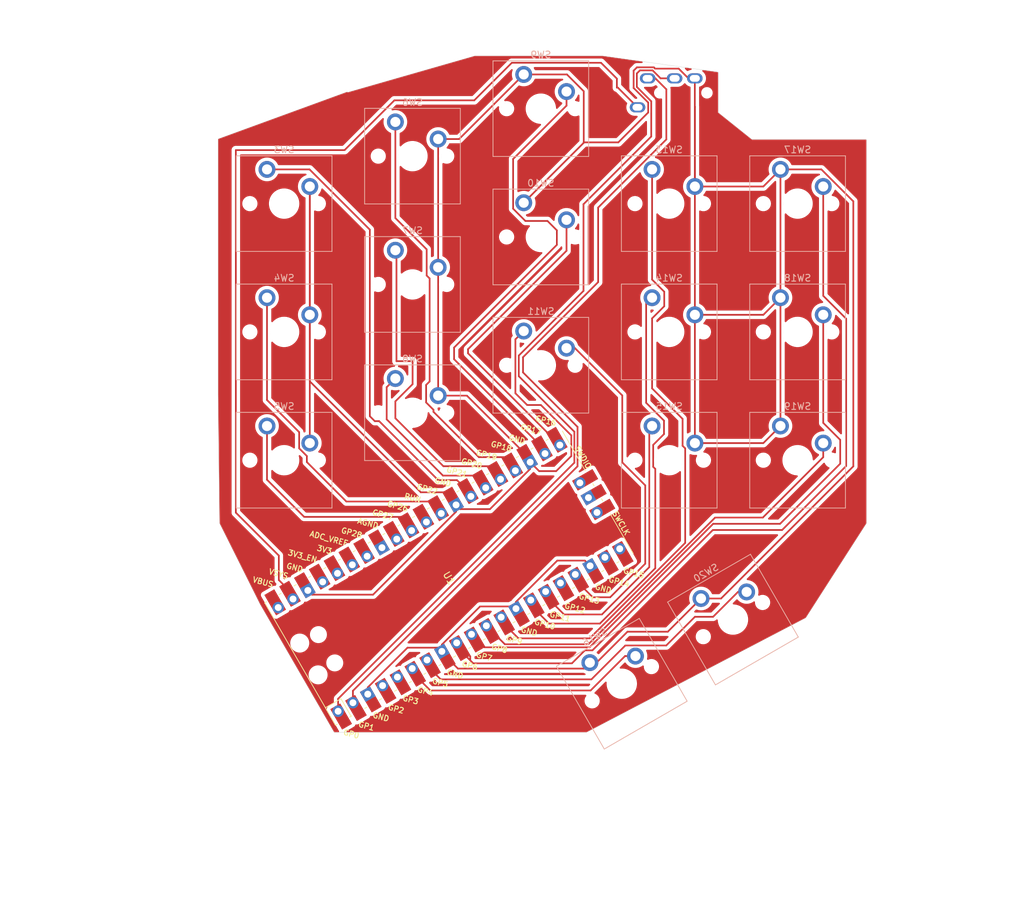
<source format=kicad_pcb>
(kicad_pcb (version 20221018) (generator pcbnew)
  (layers (0 "F.Cu" signal) (31 "B.Cu" signal) (34 "B.Paste" user) (35 "F.Paste" user) (36 "B.SilkS" user "B.Silkscreen") (37 "F.SilkS" user "F.Silkscreen") (38 "B.Mask" user) (39 "F.Mask" user) (44 "Edge.Cuts" user))
  (net 0 "")
  (net 1 "9")
  (net 2 "10")
  (net 3 "11")
  (net 4 "13")
  (net 5 "16")
  (net 6 "17")
  (net 7 "18")
  (net 8 "19")
  (net 9 "20")
  (net 10 "27")
  (net 11 "28")
  (net 12 "21")
  (net 13 "22")
  (net 14 "26")
  (net 15 "GND")
  (net 16 "3v3")
  (net 28 "0")
  (net 29 "1")
  (net 30 "3")
  (net 31 "4")
  (net 32 "6")
  (net 33 "7")
  (net 34 "8")
  (net 35 "5")
  (net 36 "2")
  (footprint "MCU_RaspberryPi_and_Boards:RPi_Pico_SMD_TH" (layer "F.Cu") (at 145.75 104.51 120)
    (fp_text reference "U1")
    (fp_text value "Pico")
  )
  (footprint "MJ-4PP-9:MJ-4PP-9_no_silk" (layer "B.Cu") (at 179.485 32.395 180)
    (fp_text reference "J1" hide)
    (fp_text value "MJ-4PP-9" hide)
  )
  (footprint "ScottoKeebs_MX:MX_PCB_1.00u" (layer "B.Cu") (at 121.285 48.895 180)
    (fp_text reference "SW3")
    (fp_text value "CherryMX")
  )
  (footprint "ScottoKeebs_MX:MX_PCB_1.00u" (layer "B.Cu") (at 121.285 67.945 180)
    (fp_text reference "SW4")
    (fp_text value "CherryMX")
  )
  (footprint "ScottoKeebs_MX:MX_PCB_1.00u" (layer "B.Cu") (at 121.285 86.995 180)
    (fp_text reference "SW5")
    (fp_text value "CherryMX")
  )
  (footprint "ScottoKeebs_MX:MX_PCB_1.00u" (layer "B.Cu") (at 140.335 41.845 180)
    (fp_text reference "SW6")
    (fp_text value "CherryMX")
  )
  (footprint "ScottoKeebs_MX:MX_PCB_1.00u" (layer "B.Cu") (at 140.335 60.895 180)
    (fp_text reference "SW7")
    (fp_text value "CherryMX")
  )
  (footprint "ScottoKeebs_MX:MX_PCB_1.00u" (layer "B.Cu") (at 140.335 79.945 180)
    (fp_text reference "SW8")
    (fp_text value "CherryMX")
  )
  (footprint "ScottoKeebs_MX:MX_PCB_1.00u" (layer "B.Cu") (at 159.385 34.795 180)
    (fp_text reference "SW9")
    (fp_text value "CherryMX")
  )
  (footprint "ScottoKeebs_MX:MX_PCB_1.00u" (layer "B.Cu") (at 159.385 53.845 180)
    (fp_text reference "SW10")
    (fp_text value "CherryMX")
  )
  (footprint "ScottoKeebs_MX:MX_PCB_1.00u" (layer "B.Cu") (at 159.385 72.895 180)
    (fp_text reference "SW11")
    (fp_text value "CherryMX")
  )
  (footprint "ScottoKeebs_MX:MX_PCB_1.00u" (layer "B.Cu") (at 178.435 48.895 180)
    (fp_text reference "SW13")
    (fp_text value "CherryMX")
  )
  (footprint "ScottoKeebs_MX:MX_PCB_1.00u" (layer "B.Cu") (at 178.435 67.945 180)
    (fp_text reference "SW14")
    (fp_text value "CherryMX")
  )
  (footprint "ScottoKeebs_MX:MX_PCB_1.00u" (layer "B.Cu") (at 178.435 86.995 180)
    (fp_text reference "SW15")
    (fp_text value "CherryMX")
  )
  (footprint "ScottoKeebs_MX:MX_PCB_1.00u" (layer "B.Cu") (at 171.397643 120.184567 -150)
    (fp_text reference "SW16")
    (fp_text value "CherryMX")
  )
  (footprint "ScottoKeebs_MX:MX_PCB_1.00u" (layer "B.Cu") (at 197.485 48.895 180)
    (fp_text reference "SW17")
    (fp_text value "CherryMX")
  )
  (footprint "ScottoKeebs_MX:MX_PCB_1.00u" (layer "B.Cu") (at 197.485 67.945 180)
    (fp_text reference "SW18")
    (fp_text value "CherryMX")
  )
  (footprint "ScottoKeebs_MX:MX_PCB_1.00u" (layer "B.Cu") (at 197.485 86.995 180)
    (fp_text reference "SW19")
    (fp_text value "CherryMX")
  )
  (footprint "ScottoKeebs_MX:MX_PCB_1.00u" (layer "B.Cu") (at 187.895427 110.659567 -150)
    (fp_text reference "SW20")
    (fp_text value "CherryMX")
  )
  (gr_poly (pts (xy 111.482766 39.292168) (xy 130.68 32.28) (xy 130.71 32.37) (xy 149.56 26.96) (xy 168.56 26.96) (xy 185.71 29.37) (xy 185.71 35.37) (xy 190.71 39.37) (xy 207.71 39.37) (xy 207.71 96.37) (xy 198.71 110.4) (xy 166.17 127.4) (xy 128.71 127.4) (xy 117.71 108.37) (xy 111.71 96.37) (xy 111.482766 77.292168)) (stroke (width 0.05)) (fill none) (layer "Edge.Cuts"))
  (segment (start 153.494557 110.884557) (end 153.494557 110.303966) (width 0.25) (layer "F.Cu") (net 1))
  (segment (start 180.42 84.85066) (end 180.81 85.24066) (width 0.25) (layer "F.Cu") (net 1))
  (segment (start 175.895 65.935) (end 175.895 76.335) (width 0.25) (layer "F.Cu") (net 1))
  (segment (start 166.63 113.45) (end 156.06 113.45) (width 0.25) (layer "F.Cu") (net 1))
  (segment (start 180.81 85.24066) (end 180.81 99.27) (width 0.25) (layer "F.Cu") (net 1))
  (segment (start 180.42 80.86) (end 180.42 84.85066) (width 0.25) (layer "F.Cu") (net 1))
  (segment (start 175.895 76.335) (end 180.42 80.86) (width 0.25) (layer "F.Cu") (net 1))
  (segment (start 180.81 99.27) (end 166.63 113.45) (width 0.25) (layer "F.Cu") (net 1))
  (segment (start 177.7 64.13) (end 175.895 65.935) (width 0.25) (layer "F.Cu") (net 1))
  (segment (start 177.7 61.98) (end 177.7 64.13) (width 0.25) (layer "F.Cu") (net 1))
  (segment (start 175.895 60.175) (end 177.7 61.98) (width 0.25) (layer "F.Cu") (net 1))
  (segment (start 175.895 43.815) (end 175.895 60.175) (width 0.25) (layer "F.Cu") (net 1))
  (segment (start 156.06 113.45) (end 153.494557 110.884557) (width 0.25) (layer "F.Cu") (net 1))
  (segment (start 175.895 62.865) (end 175.014479 63.745521) (width 0.25) (layer "F.Cu") (net 2))
  (segment (start 177.66 83.12) (end 176.06 84.72) (width 0.25) (layer "F.Cu") (net 2))
  (segment (start 168.15 111.25) (end 160.6 111.25) (width 0.25) (layer "F.Cu") (net 2))
  (segment (start 175.014479 63.745521) (end 175.014479 78.474479) (width 0.25) (layer "F.Cu") (net 2))
  (segment (start 177.66 81.12) (end 177.66 83.12) (width 0.25) (layer "F.Cu") (net 2))
  (segment (start 157.893966 108.543966) (end 157.893966 107.763966) (width 0.25) (layer "F.Cu") (net 2))
  (segment (start 160.6 111.25) (end 157.893966 108.543966) (width 0.25) (layer "F.Cu") (net 2))
  (segment (start 176.06 84.72) (end 176.06 87.978757) (width 0.25) (layer "F.Cu") (net 2))
  (segment (start 176.06 87.978757) (end 176.37 88.288757) (width 0.25) (layer "F.Cu") (net 2))
  (segment (start 176.37 103.03) (end 168.15 111.25) (width 0.25) (layer "F.Cu") (net 2))
  (segment (start 175.014479 78.474479) (end 177.66 81.12) (width 0.25) (layer "F.Cu") (net 2))
  (segment (start 176.37 88.288757) (end 176.37 103.03) (width 0.25) (layer "F.Cu") (net 2))
  (segment (start 160.09367 107.16367) (end 160.09367 106.493966) (width 0.25) (layer "F.Cu") (net 3))
  (segment (start 175.895 81.915) (end 175.48 82.33) (width 0.25) (layer "F.Cu") (net 3))
  (segment (start 162.83 109.9) (end 160.09367 107.16367) (width 0.25) (layer "F.Cu") (net 3))
  (segment (start 168.45 109.9) (end 162.83 109.9) (width 0.25) (layer "F.Cu") (net 3))
  (segment (start 175.48 102.87) (end 168.45 109.9) (width 0.25) (layer "F.Cu") (net 3))
  (segment (start 175.48 82.33) (end 175.48 102.87) (width 0.25) (layer "F.Cu") (net 3))
  (segment (start 174.88 102.36) (end 173.342983 103.897017) (width 0.25) (layer "F.Cu") (net 4))
  (segment (start 163.195 70.355) (end 164.445 70.355) (width 0.25) (layer "F.Cu") (net 4))
  (segment (start 169.67 107.35) (end 167.09 107.35) (width 0.25) (layer "F.Cu") (net 4))
  (segment (start 171.47 87.323604) (end 174.88 90.733604) (width 0.25) (layer "F.Cu") (net 4))
  (segment (start 173.342983 103.897017) (end 173.122983 103.897017) (width 0.25) (layer "F.Cu") (net 4))
  (segment (start 174.88 90.733604) (end 174.88 102.36) (width 0.25) (layer "F.Cu") (net 4))
  (segment (start 171.47 77.38) (end 171.47 87.323604) (width 0.25) (layer "F.Cu") (net 4))
  (segment (start 164.445 70.355) (end 171.47 77.38) (width 0.25) (layer "F.Cu") (net 4))
  (segment (start 167.09 107.35) (end 164.493079 104.753079) (width 0.25) (layer "F.Cu") (net 4))
  (segment (start 164.493079 104.753079) (end 164.493079 103.953966) (width 0.25) (layer "F.Cu") (net 4))
  (segment (start 173.122983 103.897017) (end 169.67 107.35) (width 0.25) (layer "F.Cu") (net 4))
  (segment (start 148.58 71.123841) (end 162.202193 84.746034) (width 0.25) (layer "F.Cu") (net 5))
  (segment (start 163.195 51.305) (end 163.195 55.895) (width 0.25) (layer "F.Cu") (net 5))
  (segment (start 148.58 70.509999) (end 148.58 71.123841) (width 0.25) (layer "F.Cu") (net 5))
  (segment (start 163.195 55.895) (end 148.58 70.509999) (width 0.25) (layer "F.Cu") (net 5))
  (segment (start 163.195 32.255) (end 163.195 34.343757) (width 0.25) (layer "F.Cu") (net 6))
  (segment (start 146.51 72) (end 160.002488 85.492488) (width 0.25) (layer "F.Cu") (net 6))
  (segment (start 161.76 52.861243) (end 161.76 55.02) (width 0.25) (layer "F.Cu") (net 6))
  (segment (start 161.76 55.02) (end 146.51 70.27) (width 0.25) (layer "F.Cu") (net 6))
  (segment (start 160.002488 85.492488) (end 160.002488 86.016034) (width 0.25) (layer "F.Cu") (net 6))
  (segment (start 160.368757 51.47) (end 161.76 52.861243) (width 0.25) (layer "F.Cu") (net 6))
  (segment (start 155.27 42.268757) (end 155.27 49.65) (width 0.25) (layer "F.Cu") (net 6))
  (segment (start 155.27 49.65) (end 157.09 51.47) (width 0.25) (layer "F.Cu") (net 6))
  (segment (start 163.195 34.343757) (end 155.27 42.268757) (width 0.25) (layer "F.Cu") (net 6))
  (segment (start 157.09 51.47) (end 160.368757 51.47) (width 0.25) (layer "F.Cu") (net 6))
  (segment (start 146.51 70.27) (end 146.51 72) (width 0.25) (layer "F.Cu") (net 6))
  (segment (start 142.44 59.57) (end 142.87967 60.00967) (width 0.25) (layer "F.Cu") (net 7))
  (segment (start 155.603079 87.793079) (end 155.603079 88.556034) (width 0.25) (layer "F.Cu") (net 7))
  (segment (start 143.45 79.51) (end 143.45 79.81) (width 0.25) (layer "F.Cu") (net 7))
  (segment (start 154.35 86.54) (end 155.603079 87.793079) (width 0.25) (layer "F.Cu") (net 7))
  (segment (start 142.36 75.82) (end 142.36 78.42) (width 0.25) (layer "F.Cu") (net 7))
  (segment (start 142.36 78.42) (end 143.45 79.51) (width 0.25) (layer "F.Cu") (net 7))
  (segment (start 142.87967 60.00967) (end 142.87967 75.30033) (width 0.25) (layer "F.Cu") (net 7))
  (segment (start 137.795 51.045) (end 142.44 55.69) (width 0.25) (layer "F.Cu") (net 7))
  (segment (start 137.795 36.765) (end 137.795 51.045) (width 0.25) (layer "F.Cu") (net 7))
  (segment (start 142.44 55.69) (end 142.44 59.57) (width 0.25) (layer "F.Cu") (net 7))
  (segment (start 142.87967 75.30033) (end 142.36 75.82) (width 0.25) (layer "F.Cu") (net 7))
  (segment (start 150.18 86.54) (end 154.35 86.54) (width 0.25) (layer "F.Cu") (net 7))
  (segment (start 143.45 79.81) (end 150.18 86.54) (width 0.25) (layer "F.Cu") (net 7))
  (segment (start 137.795 80.763757) (end 144.921243 87.89) (width 0.25) (layer "F.Cu") (net 8))
  (segment (start 153.403375 89.113375) (end 153.403375 89.826034) (width 0.25) (layer "F.Cu") (net 8))
  (segment (start 140.35 72.29) (end 140.35 75.705) (width 0.25) (layer "F.Cu") (net 8))
  (segment (start 137.96 55.98) (end 137.96 72.29) (width 0.25) (layer "F.Cu") (net 8))
  (segment (start 152.18 87.89) (end 153.403375 89.113375) (width 0.25) (layer "F.Cu") (net 8))
  (segment (start 137.795 78.26) (end 137.795 80.763757) (width 0.25) (layer "F.Cu") (net 8))
  (segment (start 137.96 72.29) (end 140.35 72.29) (width 0.25) (layer "F.Cu") (net 8))
  (segment (start 144.921243 87.89) (end 152.18 87.89) (width 0.25) (layer "F.Cu") (net 8))
  (segment (start 140.35 75.705) (end 137.795 78.26) (width 0.25) (layer "F.Cu") (net 8))
  (segment (start 137.795 55.815) (end 137.96 55.98) (width 0.25) (layer "F.Cu") (net 8))
  (segment (start 149.96 89.28) (end 151.20367 90.52367) (width 0.25) (layer "F.Cu") (net 9))
  (segment (start 137.795 74.865) (end 136.505 76.155) (width 0.25) (layer "F.Cu") (net 9))
  (segment (start 136.505 76.155) (end 136.505 80.925) (width 0.25) (layer "F.Cu") (net 9))
  (segment (start 144.86 89.28) (end 149.96 89.28) (width 0.25) (layer "F.Cu") (net 9))
  (segment (start 136.505 80.925) (end 144.86 89.28) (width 0.25) (layer "F.Cu") (net 9))
  (segment (start 151.20367 90.52367) (end 151.20367 91.096034) (width 0.25) (layer "F.Cu") (net 9))
  (segment (start 134.737233 81.195) (end 135.385 81.195) (width 0.25) (layer "F.Cu") (net 12))
  (segment (start 134.005 80.462767) (end 134.737233 81.195) (width 0.25) (layer "F.Cu") (net 12))
  (segment (start 144.15 89.96) (end 146.95 89.96) (width 0.25) (layer "F.Cu") (net 12))
  (segment (start 134.005 52.765) (end 134.005 80.462767) (width 0.25) (layer "F.Cu") (net 12))
  (segment (start 149.003966 92.013966) (end 149.003966 92.366034) (width 0.25) (layer "F.Cu") (net 12))
  (segment (start 135.385 81.195) (end 144.15 89.96) (width 0.25) (layer "F.Cu") (net 12))
  (segment (start 146.95 89.96) (end 149.003966 92.013966) (width 0.25) (layer "F.Cu") (net 12))
  (segment (start 118.745 43.815) (end 125.055 43.815) (width 0.25) (layer "F.Cu") (net 12))
  (segment (start 125.055 43.815) (end 134.005 52.765) (width 0.25) (layer "F.Cu") (net 12))
  (segment (start 123.52 85.234847) (end 124.66 86.374847) (width 0.25) (layer "F.Cu") (net 13))
  (segment (start 130.52 93.13) (end 143.38 93.13) (width 0.25) (layer "F.Cu") (net 13))
  (segment (start 118.745 78.055) (end 123.52 82.83) (width 0.25) (layer "F.Cu") (net 13))
  (segment (start 123.52 82.83) (end 123.52 85.234847) (width 0.25) (layer "F.Cu") (net 13))
  (segment (start 143.38 93.13) (end 144.604557 94.354557) (width 0.25) (layer "F.Cu") (net 13))
  (segment (start 118.745 62.865) (end 118.745 78.055) (width 0.25) (layer "F.Cu") (net 13))
  (segment (start 144.604557 94.354557) (end 144.604557 94.906034) (width 0.25) (layer "F.Cu") (net 13))
  (segment (start 124.66 87.27) (end 130.52 93.13) (width 0.25) (layer "F.Cu") (net 13))
  (segment (start 124.66 86.374847) (end 124.66 87.27) (width 0.25) (layer "F.Cu") (net 13))
  (segment (start 118.745 89.895) (end 124.26 95.41) (width 0.25) (layer "F.Cu") (net 14))
  (segment (start 140.205148 96.975148) (end 140.205148 97.446034) (width 0.25) (layer "F.Cu") (net 14))
  (segment (start 138.64 95.41) (end 140.205148 96.975148) (width 0.25) (layer "F.Cu") (net 14))
  (segment (start 118.745 81.915) (end 118.745 89.895) (width 0.25) (layer "F.Cu") (net 14))
  (segment (start 124.26 95.41) (end 138.64 95.41) (width 0.25) (layer "F.Cu") (net 14))
  (segment (start 157.802784 87.286034) (end 159.133111 88.616361) (width 0.25) (layer "F.Cu") (net 15))
  (segment (start 182.235 46.345) (end 182.245 46.355) (width 0.25) (layer "F.Cu") (net 15))
  (segment (start 145.31 91.76) (end 146.804261 93.254261) (width 0.25) (layer "F.Cu") (net 15))
  (segment (start 144.145 77.405) (end 148.405 77.405) (width 0.25) (layer "F.Cu") (net 15))
  (segment (start 205.76 48.56) (end 201.015 43.815) (width 0.25) (layer "F.Cu") (net 15))
  (segment (start 173.643604 28.66) (end 173.153604 29.15) (width 0.25) (layer "F.Cu") (net 15))
  (segment (start 175.32 33.89) (end 175.32 35.36) (width 0.25) (layer "F.Cu") (net 15))
  (segment (start 146.804261 94.638193) (end 146.804261 93.636034) (width 0.25) (layer "F.Cu") (net 15))
  (segment (start 175.32 35.36) (end 170.88 39.8) (width 0.25) (layer "F.Cu") (net 15))
  (segment (start 147.077452 117.935679) (end 144.695739 115.553966) (width 0.25) (layer "F.Cu") (net 15))
  (segment (start 141.57 91.76) (end 145.31 91.76) (width 0.25) (layer "F.Cu") (net 15))
  (segment (start 165.777417 117.935679) (end 147.077452 117.935679) (width 0.25) (layer "F.Cu") (net 15))
  (segment (start 163.91 86.368262) (end 163.91 83.32) (width 0.25) (layer "F.Cu") (net 15))
  (segment (start 205.76 87.9) (end 205.76 48.56) (width 0.25) (layer "F.Cu") (net 15))
  (segment (start 166.657938 117.055158) (end 165.777417 117.935679) (width 0.25) (layer "F.Cu") (net 15))
  (segment (start 182.245 46.355) (end 182.245 65.405) (width 0.25) (layer "F.Cu") (net 15))
  (segment (start 144.695739 115.553966) (end 144.695739 115.383966) (width 0.25) (layer "F.Cu") (net 15))
  (segment (start 125.095 46.355) (end 125.095 75.285) (width 0.25) (layer "F.Cu") (net 15))
  (segment (start 183.155722 107.530158) (end 178.22588 112.46) (width 0.25) (layer "F.Cu") (net 15))
  (segment (start 173.153604 31.723604) (end 175.32 33.89) (width 0.25) (layer "F.Cu") (net 15))
  (segment (start 165.910734 101.901916) (end 166.692784 102.683966) (width 0.25) (layer "F.Cu") (net 15))
  (segment (start 144.145 39.305) (end 144.145 58.355) (width 0.25) (layer "F.Cu") (net 15))
  (segment (start 194.945 62.865) (end 194.945 81.915) (width 0.25) (layer "F.Cu") (net 15))
  (segment (start 146.804261 93.636034) (end 147.426504 94.258277) (width 0.25) (layer "F.Cu") (net 15))
  (segment (start 155.694261 109.033966) (end 155.694261 108.031808) (width 0.25) (layer "F.Cu") (net 15))
  (segment (start 144.145 39.305) (end 147.255 39.305) (width 0.25) (layer "F.Cu") (net 15))
  (segment (start 182.245 34.505) (end 182.235 34.495) (width 0.25) (layer "F.Cu") (net 15))
  (segment (start 176.156227 28.66) (end 173.643604 28.66) (width 0.25) (layer "F.Cu") (net 15))
  (segment (start 182.245 46.355) (end 182.245 34.505) (width 0.25) (layer "F.Cu") (net 15))
  (segment (start 157.802784 86.802784) (end 157.802784 87.286034) (width 0.25) (layer "F.Cu") (net 15))
  (segment (start 151.832699 94.258277) (end 157.802784 88.288192) (width 0.25) (layer "F.Cu") (net 15))
  (segment (start 182.245 84.455) (end 182.245 65.405) (width 0.25) (layer "F.Cu") (net 15))
  (segment (start 150.36563 108.711916) (end 155.372211 108.711916) (width 0.25) (layer "F.Cu") (net 15))
  (segment (start 125.095 65.405) (end 125.095 84.455) (width 0.25) (layer "F.Cu") (net 15))
  (segment (start 165.75 39.86) (end 156.845 48.765) (width 0.25) (layer "F.Cu") (net 15))
  (segment (start 176.346227 28.85) (end 176.156227 28.66) (width 0.25) (layer "F.Cu") (net 15))
  (segment (start 157.353604 78.8) (end 155.61 77.056396) (width 0.25) (layer "F.Cu") (net 15))
  (segment (start 182.235 30.295) (end 182.235 46.345) (width 0.25) (layer "F.Cu") (net 15))
  (segment (start 179.84 28.85) (end 176.346227 28.85) (width 0.25) (layer "F.Cu") (net 15))
  (segment (start 144.145 58.355) (end 144.145 77.405) (width 0.25) (layer "F.Cu") (net 15))
  (segment (start 182.235 30.295) (end 181.285 30.295) (width 0.25) (layer "F.Cu") (net 15))
  (segment (start 165.75 32.21) (end 165.75 39.8) (width 0.25) (layer "F.Cu") (net 15))
  (segment (start 133.697216 121.733966) (end 133.697216 120.731808) (width 0.25) (layer "F.Cu") (net 15))
  (segment (start 139.597108 114.831916) (end 144.143689 114.831916) (width 0.25) (layer "F.Cu") (net 15))
  (segment (start 163.255 29.715) (end 165.75 32.21) (width 0.25) (layer "F.Cu") (net 15))
  (segment (start 201.015 43.815) (end 194.945 43.815) (width 0.25) (layer "F.Cu") (net 15))
  (segment (start 133.697216 120.731808) (end 139.597108 114.831916) (width 0.25) (layer "F.Cu") (net 15))
  (segment (start 159.133111 88.616361) (end 161.661901 88.616361) (width 0.25) (layer "F.Cu") (net 15))
  (segment (start 182.245 65.405) (end 192.405 65.405) (width 0.25) (layer "F.Cu") (net 15))
  (segment (start 192.405 84.455) (end 194.945 81.915) (width 0.25) (layer "F.Cu") (net 15))
  (segment (start 165.75 39.8) (end 165.75 39.86) (width 0.25) (layer "F.Cu") (net 15))
  (segment (start 159.39 78.8) (end 157.353604 78.8) (width 0.25) (layer "F.Cu") (net 15))
  (segment (start 173.153604 29.15) (end 173.153604 31.723604) (width 0.25) (layer "F.Cu") (net 15))
  (segment (start 172.24 112.46) (end 167.644842 117.055158) (width 0.25) (layer "F.Cu") (net 15))
  (segment (start 182.245 84.455) (end 192.405 84.455) (width 0.25) (layer "F.Cu") (net 15))
  (segment (start 148.405 77.405) (end 157.802784 86.802784) (width 0.25) (layer "F.Cu") (net 15))
  (segment (start 144.695739 114.381807) (end 150.36563 108.711916) (width 0.25) (layer "F.Cu") (net 15))
  (segment (start 124.807216 106.336034) (end 125.429459 106.958277) (width 0.25) (layer "F.Cu") (net 15))
  (segment (start 178.22588 112.46) (end 172.24 112.46) (width 0.25) (layer "F.Cu") (net 15))
  (segment (start 144.695739 115.383966) (end 144.695739 114.381807) (width 0.25) (layer "F.Cu") (net 15))
  (segment (start 183.155722 107.530158) (end 186.129842 107.530158) (width 0.25) (layer "F.Cu") (net 15))
  (segment (start 125.095 75.285) (end 141.57 91.76) (width 0.25) (layer "F.Cu") (net 15))
  (segment (start 161.824153 101.901916) (end 165.910734 101.901916) (width 0.25) (layer "F.Cu") (net 15))
  (segment (start 181.285 30.295) (end 179.84 28.85) (width 0.25) (layer "F.Cu") (net 15))
  (segment (start 134.484177 106.958277) (end 146.804261 94.638193) (width 0.25) (layer "F.Cu") (net 15))
  (segment (start 182.245 46.355) (end 192.405 46.355) (width 0.25) (layer "F.Cu") (net 15))
  (segment (start 125.095 46.355) (end 125.095 65.405) (width 0.25) (layer "F.Cu") (net 15))
  (segment (start 125.429459 106.958277) (end 134.484177 106.958277) (width 0.25) (layer "F.Cu") (net 15))
  (segment (start 146.804261 93.254261) (end 146.804261 93.636034) (width 0.25) (layer "F.Cu") (net 15))
  (segment (start 155.61 77.056396) (end 155.61 69.05) (width 0.25) (layer "F.Cu") (net 15))
  (segment (start 192.405 46.355) (end 194.945 43.815) (width 0.25) (layer "F.Cu") (net 15))
  (segment (start 194.945 43.815) (end 194.945 62.865) (width 0.25) (layer "F.Cu") (net 15))
  (segment (start 157.802784 88.288192) (end 157.802784 87.286034) (width 0.25) (layer "F.Cu") (net 15))
  (segment (start 144.143689 114.831916) (end 144.695739 115.383966) (width 0.25) (layer "F.Cu") (net 15))
  (segment (start 163.91 83.32) (end 159.39 78.8) (width 0.25) (layer "F.Cu") (net 15))
  (segment (start 170.88 39.8) (end 165.75 39.8) (width 0.25) (layer "F.Cu") (net 15))
  (segment (start 155.61 69.05) (end 156.845 67.815) (width 0.25) (layer "F.Cu") (net 15))
  (segment (start 147.255 39.305) (end 156.845 29.715) (width 0.25) (layer "F.Cu") (net 15))
  (segment (start 156.845 29.715) (end 163.255 29.715) (width 0.25) (layer "F.Cu") (net 15))
  (segment (start 155.372211 108.711916) (end 155.694261 109.033966) (width 0.25) (layer "F.Cu") (net 15))
  (segment (start 186.129842 107.530158) (end 205.76 87.9) (width 0.25) (layer "F.Cu") (net 15))
  (segment (start 161.661901 88.616361) (end 163.91 86.368262) (width 0.25) (layer "F.Cu") (net 15))
  (segment (start 155.694261 108.031808) (end 161.824153 101.901916) (width 0.25) (layer "F.Cu") (net 15))
  (segment (start 167.644842 117.055158) (end 166.657938 117.055158) (width 0.25) (layer "F.Cu") (net 15))
  (segment (start 147.426504 94.258277) (end 151.832699 94.258277) (width 0.25) (layer "F.Cu") (net 15))
  (segment (start 192.405 65.405) (end 194.945 62.865) (width 0.25) (layer "F.Cu") (net 15))
  (segment (start 168.31 27.98) (end 170.67 30.34) (width 0.25) (layer "F.Cu") (net 16))
  (segment (start 120.499327 104.789327) (end 120.499327 101.159327) (width 0.25) (layer "F.Cu") (net 16))
  (segment (start 130.26 40.95) (end 137.65 33.56) (width 0.25) (layer "F.Cu") (net 16))
  (segment (start 170.67 30.34) (end 170.67 31.67) (width 0.25) (layer "F.Cu") (net 16))
  (segment (start 170.81 31.67) (end 173.735 34.595) (width 0.25) (layer "F.Cu") (net 16))
  (segment (start 114.12 94.78) (end 114.12 40.95) (width 0.25) (layer "F.Cu") (net 16))
  (segment (start 114.12 40.95) (end 130.26 40.95) (width 0.25) (layer "F.Cu") (net 16))
  (segment (start 137.65 33.56) (end 149.5 33.56) (width 0.25) (layer "F.Cu") (net 16))
  (segment (start 155.08 27.98) (end 168.31 27.98) (width 0.25) (layer "F.Cu") (net 16))
  (segment (start 122.607512 106.897512) (end 120.499327 104.789327) (width 0.25) (layer "F.Cu") (net 16))
  (segment (start 120.499327 101.159327) (end 114.12 94.78) (width 0.25) (layer "F.Cu") (net 16))
  (segment (start 149.5 33.56) (end 155.08 27.98) (width 0.25) (layer "F.Cu") (net 16))
  (segment (start 170.67 31.67) (end 170.81 31.67) (width 0.25) (layer "F.Cu") (net 16))
  (segment (start 122.607512 107.606034) (end 122.607512 106.897512) (width 0.25) (layer "F.Cu") (net 16))
  (segment (start 156.11 74.52) (end 164.36 82.77) (width 0.25) (layer "F.Cu") (net 28))
  (segment (start 164.36 87.36) (end 129.297807 122.422193) (width 0.25) (layer "F.Cu") (net 28))
  (segment (start 156.11 71.46) (end 156.11 74.52) (width 0.25) (layer "F.Cu") (net 28))
  (segment (start 174.09 29.11) (end 173.63 29.57) (width 0.25) (layer "F.Cu") (net 28))
  (segment (start 129.297807 122.422193) (end 129.297807 124.273966) (width 0.25) (layer "F.Cu") (net 28))
  (segment (start 179.235 30.295) (end 177.154831 30.295) (width 0.25) (layer "F.Cu") (net 28))
  (segment (start 173.63 31.563604) (end 175.77 33.703604) (width 0.25) (layer "F.Cu") (net 28))
  (segment (start 175.969831 29.11) (end 174.09 29.11) (width 0.25) (layer "F.Cu") (net 28))
  (segment (start 165.715 61.855) (end 156.11 71.46) (width 0.25) (layer "F.Cu") (net 28))
  (segment (start 164.36 82.77) (end 164.36 87.36) (width 0.25) (layer "F.Cu") (net 28))
  (segment (start 173.63 29.57) (end 173.63 31.563604) (width 0.25) (layer "F.Cu") (net 28))
  (segment (start 175.77 33.703604) (end 175.77 38.93) (width 0.25) (layer "F.Cu") (net 28))
  (segment (start 165.715 48.985) (end 165.715 61.855) (width 0.25) (layer "F.Cu") (net 28))
  (segment (start 177.154831 30.295) (end 175.969831 29.11) (width 0.25) (layer "F.Cu") (net 28))
  (segment (start 175.77 38.93) (end 165.715 48.985) (width 0.25) (layer "F.Cu") (net 28))
  (segment (start 175.235 30.295) (end 176.381191 30.295) (width 0.25) (layer "F.Cu") (net 29))
  (segment (start 178.01 31.923809) (end 178.01 39.36) (width 0.25) (layer "F.Cu") (net 29))
  (segment (start 167.89 60.55) (end 156.74 71.7) (width 0.25) (layer "F.Cu") (net 29))
  (segment (start 167.89 49.48) (end 167.89 60.55) (width 0.25) (layer "F.Cu") (net 29))
  (segment (start 176.381191 30.295) (end 178.01 31.923809) (width 0.25) (layer "F.Cu") (net 29))
  (segment (start 164.828403 82.048403) (end 164.828403 87.901597) (width 0.25) (layer "F.Cu") (net 29))
  (segment (start 164.828403 87.901597) (end 131.497512 121.232488) (width 0.25) (layer "F.Cu") (net 29))
  (segment (start 178.01 39.36) (end 167.89 49.48) (width 0.25) (layer "F.Cu") (net 29))
  (segment (start 131.497512 121.232488) (end 131.497512 123.003966) (width 0.25) (layer "F.Cu") (net 29))
  (segment (start 156.74 71.7) (end 156.74 73.96) (width 0.25) (layer "F.Cu") (net 29))
  (segment (start 156.74 73.96) (end 164.828403 82.048403) (width 0.25) (layer "F.Cu") (net 29))
  (segment (start 140.29633 118.49633) (end 140.29633 117.923966) (width 0.25) (layer "F.Cu") (net 31))
  (segment (start 173.4272 116.079862) (end 171.875172 116.079862) (width 0.25) (layer "F.Cu") (net 31))
  (segment (start 171.875172 116.079862) (end 166.765034 121.19) (width 0.25) (layer "F.Cu") (net 31))
  (segment (start 142.99 121.19) (end 140.29633 118.49633) (width 0.25) (layer "F.Cu") (net 31))
  (segment (start 166.765034 121.19) (end 142.99 121.19) (width 0.25) (layer "F.Cu") (net 31))
  (segment (start 184.909188 97.36) (end 167.039188 115.23) (width 0.25) (layer "F.Cu") (net 32))
  (segment (start 146.895443 114.113966) (end 148.91 116.128523) (width 0.25) (layer "F.Cu") (net 32))
  (segment (start 195.19 97.36) (end 184.909188 97.36) (width 0.25) (layer "F.Cu") (net 32))
  (segment (start 163.99 117.16) (end 149.35 117.16) (width 0.25) (layer "F.Cu") (net 32))
  (segment (start 148.91 116.128523) (end 148.91 116.645) (width 0.25) (layer "F.Cu") (net 32))
  (segment (start 201.295 46.355) (end 201.295 62.585) (width 0.25) (layer "F.Cu") (net 32))
  (segment (start 204.7 65.99) (end 204.7 87.85) (width 0.25) (layer "F.Cu") (net 32))
  (segment (start 165.92 115.23) (end 163.99 117.16) (width 0.25) (layer "F.Cu") (net 32))
  (segment (start 201.295 62.585) (end 204.7 65.99) (width 0.25) (layer "F.Cu") (net 32))
  (segment (start 167.039188 115.23) (end 165.92 115.23) (width 0.25) (layer "F.Cu") (net 32))
  (segment (start 204.7 87.85) (end 195.19 97.36) (width 0.25) (layer "F.Cu") (net 32))
  (segment (start 149.35 117.16) (end 146.895443 114.705443) (width 0.25) (layer "F.Cu") (net 32))
  (segment (start 146.895443 114.705443) (end 146.895443 114.113966) (width 0.25) (layer "F.Cu") (net 32))
  (segment (start 203.815 83.975) (end 203.815 87.512767) (width 0.25) (layer "F.Cu") (net 33))
  (segment (start 201.295 65.405) (end 201.295 81.455) (width 0.25) (layer "F.Cu") (net 33))
  (segment (start 194.887767 96.44) (end 184.96 96.44) (width 0.25) (layer "F.Cu") (net 33))
  (segment (start 201.295 81.455) (end 203.815 83.975) (width 0.25) (layer "F.Cu") (net 33))
  (segment (start 151.031182 114.78) (end 149.095148 112.843966) (width 0.25) (layer "F.Cu") (net 33))
  (segment (start 184.96 96.44) (end 166.62 114.78) (width 0.25) (layer "F.Cu") (net 33))
  (segment (start 166.62 114.78) (end 151.031182 114.78) (width 0.25) (layer "F.Cu") (net 33))
  (segment (start 203.815 87.512767) (end 194.887767 96.44) (width 0.25) (layer "F.Cu") (net 33))
  (segment (start 185.253604 95.51) (end 166.433604 114.33) (width 0.25) (layer "F.Cu") (net 34))
  (segment (start 166.433604 114.33) (end 154.050886 114.33) (width 0.25) (layer "F.Cu") (net 34))
  (segment (start 154.050886 114.33) (end 151.294852 111.573966) (width 0.25) (layer "F.Cu") (net 34))
  (segment (start 192.328757 95.51) (end 185.253604 95.51) (width 0.25) (layer "F.Cu") (net 34))
  (segment (start 201.295 84.455) (end 201.295 86.543757) (width 0.25) (layer "F.Cu") (net 34))
  (segment (start 201.295 86.543757) (end 192.328757 95.51) (width 0.25) (layer "F.Cu") (net 34))
  (segment (start 144.53 119.54) (end 142.496034 117.506034) (width 0.25) (layer "F.Cu") (net 35))
  (segment (start 189.924984 106.554862) (end 188.641375 106.554862) (width 0.25) (layer "F.Cu") (net 35))
  (segment (start 142.496034 117.506034) (end 142.496034 116.653966) (width 0.25) (layer "F.Cu") (net 35))
  (segment (start 182.253763 110.246237) (end 177.995138 114.504862) (width 0.25) (layer "F.Cu") (net 35))
  (segment (start 171.925138 114.504862) (end 166.89 119.54) (width 0.25) (layer "F.Cu") (net 35))
  (segment (start 184.95 110.246237) (end 182.253763 110.246237) (width 0.25) (layer "F.Cu") (net 35))
  (segment (start 177.995138 114.504862) (end 171.925138 114.504862) (width 0.25) (layer "F.Cu") (net 35))
  (segment (start 166.89 119.54) (end 144.53 119.54) (width 0.25) (layer "F.Cu") (net 35))
  (segment (start 188.641375 106.554862) (end 184.95 110.246237) (width 0.25) (layer "F.Cu") (net 35))
  (zone (net 0) (net_name "") (layer "F.Cu") (connect_pads (clearance 0.508)) (min_thickness 0.25) (fill yes (thermal_gap 0.5) (thermal_bridge_width 0.5) (island_removal_mode 1) (island_area_min 10))
    (polygon (pts (xy 217.44 21.78) (xy 79.12 18.66) (xy 104.77 152.42) (xy 231.11 148.59) (xy 221.52 25.37) (xy 217.44 21.54)))
  )
)
</source>
